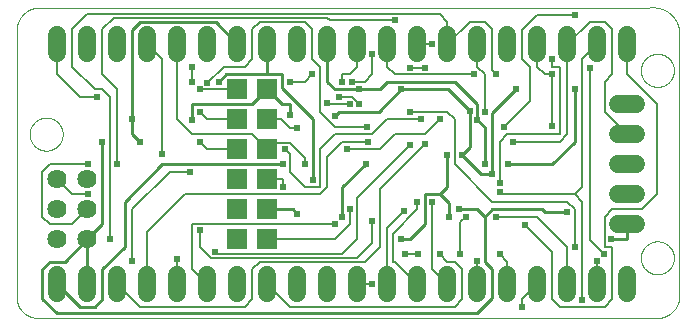
<source format=gbl>
G75*
%MOIN*%
%OFA0B0*%
%FSLAX25Y25*%
%IPPOS*%
%LPD*%
%AMOC8*
5,1,8,0,0,1.08239X$1,22.5*
%
%ADD10C,0.00039*%
%ADD11C,0.00000*%
%ADD12C,0.06000*%
%ADD13C,0.06400*%
%ADD14R,0.07000X0.07000*%
%ADD15C,0.01000*%
%ADD16C,0.02400*%
%ADD17C,0.00600*%
D10*
X0008864Y0047693D02*
X0213274Y0047693D01*
X0213458Y0047665D01*
X0213643Y0047641D01*
X0213828Y0047622D01*
X0214014Y0047608D01*
X0214200Y0047598D01*
X0214386Y0047592D01*
X0214573Y0047591D01*
X0214759Y0047595D01*
X0214945Y0047603D01*
X0215131Y0047615D01*
X0215317Y0047632D01*
X0215502Y0047653D01*
X0215686Y0047679D01*
X0215870Y0047709D01*
X0216053Y0047744D01*
X0216235Y0047783D01*
X0216416Y0047827D01*
X0216596Y0047875D01*
X0216775Y0047927D01*
X0216953Y0047984D01*
X0217129Y0048044D01*
X0217304Y0048109D01*
X0217476Y0048179D01*
X0217648Y0048252D01*
X0217817Y0048330D01*
X0217985Y0048411D01*
X0218150Y0048497D01*
X0218313Y0048587D01*
X0218475Y0048680D01*
X0218633Y0048777D01*
X0218790Y0048879D01*
X0218944Y0048984D01*
X0219095Y0049092D01*
X0219244Y0049205D01*
X0219390Y0049320D01*
X0219533Y0049440D01*
X0219673Y0049562D01*
X0219810Y0049689D01*
X0219944Y0049818D01*
X0220075Y0049950D01*
X0220203Y0050086D01*
X0220327Y0050225D01*
X0220448Y0050367D01*
X0220566Y0050511D01*
X0220680Y0050659D01*
X0220790Y0050809D01*
X0220897Y0050961D01*
X0221000Y0051117D01*
X0221099Y0051274D01*
X0221194Y0051434D01*
X0221286Y0051597D01*
X0221373Y0051761D01*
X0221457Y0051928D01*
X0221536Y0052096D01*
X0221612Y0052267D01*
X0221683Y0052439D01*
X0221750Y0052613D01*
X0221813Y0052788D01*
X0221872Y0052965D01*
X0221926Y0053143D01*
X0221976Y0053323D01*
X0222021Y0053503D01*
X0222063Y0053685D01*
X0222100Y0053868D01*
X0222132Y0054051D01*
X0222132Y0143510D01*
X0222099Y0143724D01*
X0222062Y0143937D01*
X0222018Y0144148D01*
X0221970Y0144359D01*
X0221917Y0144569D01*
X0221859Y0144777D01*
X0221795Y0144984D01*
X0221727Y0145189D01*
X0221654Y0145392D01*
X0221576Y0145594D01*
X0221493Y0145793D01*
X0221405Y0145991D01*
X0221312Y0146186D01*
X0221215Y0146379D01*
X0221113Y0146570D01*
X0221007Y0146758D01*
X0220896Y0146944D01*
X0220781Y0147126D01*
X0220661Y0147306D01*
X0220537Y0147483D01*
X0220408Y0147657D01*
X0220276Y0147828D01*
X0220139Y0147996D01*
X0219999Y0148160D01*
X0219854Y0148321D01*
X0219706Y0148478D01*
X0219554Y0148632D01*
X0219398Y0148781D01*
X0219238Y0148928D01*
X0219076Y0149070D01*
X0218909Y0149208D01*
X0218740Y0149342D01*
X0218567Y0149472D01*
X0218391Y0149598D01*
X0218212Y0149719D01*
X0218031Y0149837D01*
X0217846Y0149949D01*
X0217659Y0150058D01*
X0217469Y0150161D01*
X0217277Y0150260D01*
X0217083Y0150355D01*
X0216886Y0150444D01*
X0216687Y0150529D01*
X0216487Y0150609D01*
X0216284Y0150684D01*
X0216079Y0150755D01*
X0215873Y0150820D01*
X0215666Y0150880D01*
X0215457Y0150936D01*
X0215246Y0150986D01*
X0215035Y0151031D01*
X0214823Y0151071D01*
X0214609Y0151106D01*
X0214395Y0151135D01*
X0214180Y0151160D01*
X0213965Y0151179D01*
X0213749Y0151193D01*
X0213533Y0151202D01*
X0213317Y0151206D01*
X0213101Y0151204D01*
X0212885Y0151198D01*
X0212669Y0151186D01*
X0212453Y0151168D01*
X0212238Y0151146D01*
X0212024Y0151118D01*
X0008864Y0151118D01*
X0008680Y0151116D01*
X0008496Y0151109D01*
X0008313Y0151098D01*
X0008130Y0151082D01*
X0007947Y0151063D01*
X0007765Y0151038D01*
X0007583Y0151009D01*
X0007402Y0150976D01*
X0007222Y0150939D01*
X0007043Y0150897D01*
X0006865Y0150851D01*
X0006689Y0150800D01*
X0006513Y0150746D01*
X0006339Y0150687D01*
X0006166Y0150624D01*
X0005995Y0150556D01*
X0005826Y0150485D01*
X0005658Y0150410D01*
X0005492Y0150330D01*
X0005328Y0150247D01*
X0005167Y0150159D01*
X0005007Y0150068D01*
X0004850Y0149973D01*
X0004695Y0149874D01*
X0004542Y0149771D01*
X0004392Y0149665D01*
X0004245Y0149555D01*
X0004100Y0149442D01*
X0003958Y0149325D01*
X0003819Y0149205D01*
X0003683Y0149081D01*
X0003550Y0148954D01*
X0003420Y0148824D01*
X0003293Y0148691D01*
X0003169Y0148555D01*
X0003049Y0148416D01*
X0002932Y0148274D01*
X0002819Y0148129D01*
X0002709Y0147982D01*
X0002603Y0147832D01*
X0002500Y0147679D01*
X0002401Y0147524D01*
X0002306Y0147367D01*
X0002215Y0147207D01*
X0002127Y0147046D01*
X0002044Y0146882D01*
X0001964Y0146716D01*
X0001889Y0146548D01*
X0001818Y0146379D01*
X0001750Y0146208D01*
X0001687Y0146035D01*
X0001628Y0145861D01*
X0001574Y0145685D01*
X0001523Y0145509D01*
X0001477Y0145331D01*
X0001435Y0145152D01*
X0001398Y0144972D01*
X0001365Y0144791D01*
X0001336Y0144609D01*
X0001311Y0144427D01*
X0001292Y0144244D01*
X0001276Y0144061D01*
X0001265Y0143878D01*
X0001258Y0143694D01*
X0001256Y0143510D01*
X0001256Y0054051D01*
X0001273Y0053880D01*
X0001295Y0053709D01*
X0001321Y0053539D01*
X0001351Y0053370D01*
X0001385Y0053201D01*
X0001423Y0053033D01*
X0001466Y0052866D01*
X0001512Y0052701D01*
X0001563Y0052536D01*
X0001617Y0052373D01*
X0001676Y0052211D01*
X0001738Y0052051D01*
X0001804Y0051892D01*
X0001875Y0051735D01*
X0001949Y0051580D01*
X0002027Y0051426D01*
X0002108Y0051275D01*
X0002194Y0051125D01*
X0002283Y0050978D01*
X0002375Y0050833D01*
X0002471Y0050690D01*
X0002571Y0050550D01*
X0002674Y0050412D01*
X0002780Y0050277D01*
X0002890Y0050144D01*
X0003002Y0050014D01*
X0003118Y0049887D01*
X0003237Y0049763D01*
X0003360Y0049642D01*
X0003485Y0049523D01*
X0003612Y0049408D01*
X0003743Y0049296D01*
X0003877Y0049188D01*
X0004013Y0049082D01*
X0004151Y0048980D01*
X0004292Y0048882D01*
X0004435Y0048786D01*
X0004581Y0048695D01*
X0004729Y0048607D01*
X0004879Y0048523D01*
X0005031Y0048442D01*
X0005185Y0048365D01*
X0005341Y0048292D01*
X0005498Y0048223D01*
X0005658Y0048158D01*
X0005818Y0048096D01*
X0005981Y0048039D01*
X0006144Y0047985D01*
X0006309Y0047936D01*
X0006475Y0047891D01*
X0006642Y0047849D01*
X0006810Y0047812D01*
X0006979Y0047779D01*
X0007149Y0047750D01*
X0007319Y0047726D01*
X0007490Y0047705D01*
X0007661Y0047689D01*
X0007833Y0047677D01*
X0008004Y0047669D01*
X0008177Y0047665D01*
X0008349Y0047666D01*
X0008521Y0047671D01*
X0008692Y0047680D01*
X0008864Y0047693D01*
D11*
X0005588Y0108933D02*
X0005590Y0109081D01*
X0005596Y0109229D01*
X0005606Y0109377D01*
X0005620Y0109524D01*
X0005638Y0109671D01*
X0005659Y0109817D01*
X0005685Y0109963D01*
X0005715Y0110108D01*
X0005748Y0110252D01*
X0005786Y0110395D01*
X0005827Y0110537D01*
X0005872Y0110678D01*
X0005920Y0110818D01*
X0005973Y0110957D01*
X0006029Y0111094D01*
X0006089Y0111229D01*
X0006152Y0111363D01*
X0006219Y0111495D01*
X0006290Y0111625D01*
X0006364Y0111753D01*
X0006441Y0111879D01*
X0006522Y0112003D01*
X0006606Y0112125D01*
X0006693Y0112244D01*
X0006784Y0112361D01*
X0006878Y0112476D01*
X0006974Y0112588D01*
X0007074Y0112698D01*
X0007176Y0112804D01*
X0007282Y0112908D01*
X0007390Y0113009D01*
X0007501Y0113107D01*
X0007614Y0113203D01*
X0007730Y0113295D01*
X0007848Y0113384D01*
X0007969Y0113469D01*
X0008092Y0113552D01*
X0008217Y0113631D01*
X0008344Y0113707D01*
X0008473Y0113779D01*
X0008604Y0113848D01*
X0008737Y0113913D01*
X0008872Y0113974D01*
X0009008Y0114032D01*
X0009145Y0114087D01*
X0009284Y0114137D01*
X0009425Y0114184D01*
X0009566Y0114227D01*
X0009709Y0114267D01*
X0009853Y0114302D01*
X0009997Y0114334D01*
X0010143Y0114361D01*
X0010289Y0114385D01*
X0010436Y0114405D01*
X0010583Y0114421D01*
X0010730Y0114433D01*
X0010878Y0114441D01*
X0011026Y0114445D01*
X0011174Y0114445D01*
X0011322Y0114441D01*
X0011470Y0114433D01*
X0011617Y0114421D01*
X0011764Y0114405D01*
X0011911Y0114385D01*
X0012057Y0114361D01*
X0012203Y0114334D01*
X0012347Y0114302D01*
X0012491Y0114267D01*
X0012634Y0114227D01*
X0012775Y0114184D01*
X0012916Y0114137D01*
X0013055Y0114087D01*
X0013192Y0114032D01*
X0013328Y0113974D01*
X0013463Y0113913D01*
X0013596Y0113848D01*
X0013727Y0113779D01*
X0013856Y0113707D01*
X0013983Y0113631D01*
X0014108Y0113552D01*
X0014231Y0113469D01*
X0014352Y0113384D01*
X0014470Y0113295D01*
X0014586Y0113203D01*
X0014699Y0113107D01*
X0014810Y0113009D01*
X0014918Y0112908D01*
X0015024Y0112804D01*
X0015126Y0112698D01*
X0015226Y0112588D01*
X0015322Y0112476D01*
X0015416Y0112361D01*
X0015507Y0112244D01*
X0015594Y0112125D01*
X0015678Y0112003D01*
X0015759Y0111879D01*
X0015836Y0111753D01*
X0015910Y0111625D01*
X0015981Y0111495D01*
X0016048Y0111363D01*
X0016111Y0111229D01*
X0016171Y0111094D01*
X0016227Y0110957D01*
X0016280Y0110818D01*
X0016328Y0110678D01*
X0016373Y0110537D01*
X0016414Y0110395D01*
X0016452Y0110252D01*
X0016485Y0110108D01*
X0016515Y0109963D01*
X0016541Y0109817D01*
X0016562Y0109671D01*
X0016580Y0109524D01*
X0016594Y0109377D01*
X0016604Y0109229D01*
X0016610Y0109081D01*
X0016612Y0108933D01*
X0016610Y0108785D01*
X0016604Y0108637D01*
X0016594Y0108489D01*
X0016580Y0108342D01*
X0016562Y0108195D01*
X0016541Y0108049D01*
X0016515Y0107903D01*
X0016485Y0107758D01*
X0016452Y0107614D01*
X0016414Y0107471D01*
X0016373Y0107329D01*
X0016328Y0107188D01*
X0016280Y0107048D01*
X0016227Y0106909D01*
X0016171Y0106772D01*
X0016111Y0106637D01*
X0016048Y0106503D01*
X0015981Y0106371D01*
X0015910Y0106241D01*
X0015836Y0106113D01*
X0015759Y0105987D01*
X0015678Y0105863D01*
X0015594Y0105741D01*
X0015507Y0105622D01*
X0015416Y0105505D01*
X0015322Y0105390D01*
X0015226Y0105278D01*
X0015126Y0105168D01*
X0015024Y0105062D01*
X0014918Y0104958D01*
X0014810Y0104857D01*
X0014699Y0104759D01*
X0014586Y0104663D01*
X0014470Y0104571D01*
X0014352Y0104482D01*
X0014231Y0104397D01*
X0014108Y0104314D01*
X0013983Y0104235D01*
X0013856Y0104159D01*
X0013727Y0104087D01*
X0013596Y0104018D01*
X0013463Y0103953D01*
X0013328Y0103892D01*
X0013192Y0103834D01*
X0013055Y0103779D01*
X0012916Y0103729D01*
X0012775Y0103682D01*
X0012634Y0103639D01*
X0012491Y0103599D01*
X0012347Y0103564D01*
X0012203Y0103532D01*
X0012057Y0103505D01*
X0011911Y0103481D01*
X0011764Y0103461D01*
X0011617Y0103445D01*
X0011470Y0103433D01*
X0011322Y0103425D01*
X0011174Y0103421D01*
X0011026Y0103421D01*
X0010878Y0103425D01*
X0010730Y0103433D01*
X0010583Y0103445D01*
X0010436Y0103461D01*
X0010289Y0103481D01*
X0010143Y0103505D01*
X0009997Y0103532D01*
X0009853Y0103564D01*
X0009709Y0103599D01*
X0009566Y0103639D01*
X0009425Y0103682D01*
X0009284Y0103729D01*
X0009145Y0103779D01*
X0009008Y0103834D01*
X0008872Y0103892D01*
X0008737Y0103953D01*
X0008604Y0104018D01*
X0008473Y0104087D01*
X0008344Y0104159D01*
X0008217Y0104235D01*
X0008092Y0104314D01*
X0007969Y0104397D01*
X0007848Y0104482D01*
X0007730Y0104571D01*
X0007614Y0104663D01*
X0007501Y0104759D01*
X0007390Y0104857D01*
X0007282Y0104958D01*
X0007176Y0105062D01*
X0007074Y0105168D01*
X0006974Y0105278D01*
X0006878Y0105390D01*
X0006784Y0105505D01*
X0006693Y0105622D01*
X0006606Y0105741D01*
X0006522Y0105863D01*
X0006441Y0105987D01*
X0006364Y0106113D01*
X0006290Y0106241D01*
X0006219Y0106371D01*
X0006152Y0106503D01*
X0006089Y0106637D01*
X0006029Y0106772D01*
X0005973Y0106909D01*
X0005920Y0107048D01*
X0005872Y0107188D01*
X0005827Y0107329D01*
X0005786Y0107471D01*
X0005748Y0107614D01*
X0005715Y0107758D01*
X0005685Y0107903D01*
X0005659Y0108049D01*
X0005638Y0108195D01*
X0005620Y0108342D01*
X0005606Y0108489D01*
X0005596Y0108637D01*
X0005590Y0108785D01*
X0005588Y0108933D01*
X0209338Y0130183D02*
X0209340Y0130331D01*
X0209346Y0130479D01*
X0209356Y0130627D01*
X0209370Y0130774D01*
X0209388Y0130921D01*
X0209409Y0131067D01*
X0209435Y0131213D01*
X0209465Y0131358D01*
X0209498Y0131502D01*
X0209536Y0131645D01*
X0209577Y0131787D01*
X0209622Y0131928D01*
X0209670Y0132068D01*
X0209723Y0132207D01*
X0209779Y0132344D01*
X0209839Y0132479D01*
X0209902Y0132613D01*
X0209969Y0132745D01*
X0210040Y0132875D01*
X0210114Y0133003D01*
X0210191Y0133129D01*
X0210272Y0133253D01*
X0210356Y0133375D01*
X0210443Y0133494D01*
X0210534Y0133611D01*
X0210628Y0133726D01*
X0210724Y0133838D01*
X0210824Y0133948D01*
X0210926Y0134054D01*
X0211032Y0134158D01*
X0211140Y0134259D01*
X0211251Y0134357D01*
X0211364Y0134453D01*
X0211480Y0134545D01*
X0211598Y0134634D01*
X0211719Y0134719D01*
X0211842Y0134802D01*
X0211967Y0134881D01*
X0212094Y0134957D01*
X0212223Y0135029D01*
X0212354Y0135098D01*
X0212487Y0135163D01*
X0212622Y0135224D01*
X0212758Y0135282D01*
X0212895Y0135337D01*
X0213034Y0135387D01*
X0213175Y0135434D01*
X0213316Y0135477D01*
X0213459Y0135517D01*
X0213603Y0135552D01*
X0213747Y0135584D01*
X0213893Y0135611D01*
X0214039Y0135635D01*
X0214186Y0135655D01*
X0214333Y0135671D01*
X0214480Y0135683D01*
X0214628Y0135691D01*
X0214776Y0135695D01*
X0214924Y0135695D01*
X0215072Y0135691D01*
X0215220Y0135683D01*
X0215367Y0135671D01*
X0215514Y0135655D01*
X0215661Y0135635D01*
X0215807Y0135611D01*
X0215953Y0135584D01*
X0216097Y0135552D01*
X0216241Y0135517D01*
X0216384Y0135477D01*
X0216525Y0135434D01*
X0216666Y0135387D01*
X0216805Y0135337D01*
X0216942Y0135282D01*
X0217078Y0135224D01*
X0217213Y0135163D01*
X0217346Y0135098D01*
X0217477Y0135029D01*
X0217606Y0134957D01*
X0217733Y0134881D01*
X0217858Y0134802D01*
X0217981Y0134719D01*
X0218102Y0134634D01*
X0218220Y0134545D01*
X0218336Y0134453D01*
X0218449Y0134357D01*
X0218560Y0134259D01*
X0218668Y0134158D01*
X0218774Y0134054D01*
X0218876Y0133948D01*
X0218976Y0133838D01*
X0219072Y0133726D01*
X0219166Y0133611D01*
X0219257Y0133494D01*
X0219344Y0133375D01*
X0219428Y0133253D01*
X0219509Y0133129D01*
X0219586Y0133003D01*
X0219660Y0132875D01*
X0219731Y0132745D01*
X0219798Y0132613D01*
X0219861Y0132479D01*
X0219921Y0132344D01*
X0219977Y0132207D01*
X0220030Y0132068D01*
X0220078Y0131928D01*
X0220123Y0131787D01*
X0220164Y0131645D01*
X0220202Y0131502D01*
X0220235Y0131358D01*
X0220265Y0131213D01*
X0220291Y0131067D01*
X0220312Y0130921D01*
X0220330Y0130774D01*
X0220344Y0130627D01*
X0220354Y0130479D01*
X0220360Y0130331D01*
X0220362Y0130183D01*
X0220360Y0130035D01*
X0220354Y0129887D01*
X0220344Y0129739D01*
X0220330Y0129592D01*
X0220312Y0129445D01*
X0220291Y0129299D01*
X0220265Y0129153D01*
X0220235Y0129008D01*
X0220202Y0128864D01*
X0220164Y0128721D01*
X0220123Y0128579D01*
X0220078Y0128438D01*
X0220030Y0128298D01*
X0219977Y0128159D01*
X0219921Y0128022D01*
X0219861Y0127887D01*
X0219798Y0127753D01*
X0219731Y0127621D01*
X0219660Y0127491D01*
X0219586Y0127363D01*
X0219509Y0127237D01*
X0219428Y0127113D01*
X0219344Y0126991D01*
X0219257Y0126872D01*
X0219166Y0126755D01*
X0219072Y0126640D01*
X0218976Y0126528D01*
X0218876Y0126418D01*
X0218774Y0126312D01*
X0218668Y0126208D01*
X0218560Y0126107D01*
X0218449Y0126009D01*
X0218336Y0125913D01*
X0218220Y0125821D01*
X0218102Y0125732D01*
X0217981Y0125647D01*
X0217858Y0125564D01*
X0217733Y0125485D01*
X0217606Y0125409D01*
X0217477Y0125337D01*
X0217346Y0125268D01*
X0217213Y0125203D01*
X0217078Y0125142D01*
X0216942Y0125084D01*
X0216805Y0125029D01*
X0216666Y0124979D01*
X0216525Y0124932D01*
X0216384Y0124889D01*
X0216241Y0124849D01*
X0216097Y0124814D01*
X0215953Y0124782D01*
X0215807Y0124755D01*
X0215661Y0124731D01*
X0215514Y0124711D01*
X0215367Y0124695D01*
X0215220Y0124683D01*
X0215072Y0124675D01*
X0214924Y0124671D01*
X0214776Y0124671D01*
X0214628Y0124675D01*
X0214480Y0124683D01*
X0214333Y0124695D01*
X0214186Y0124711D01*
X0214039Y0124731D01*
X0213893Y0124755D01*
X0213747Y0124782D01*
X0213603Y0124814D01*
X0213459Y0124849D01*
X0213316Y0124889D01*
X0213175Y0124932D01*
X0213034Y0124979D01*
X0212895Y0125029D01*
X0212758Y0125084D01*
X0212622Y0125142D01*
X0212487Y0125203D01*
X0212354Y0125268D01*
X0212223Y0125337D01*
X0212094Y0125409D01*
X0211967Y0125485D01*
X0211842Y0125564D01*
X0211719Y0125647D01*
X0211598Y0125732D01*
X0211480Y0125821D01*
X0211364Y0125913D01*
X0211251Y0126009D01*
X0211140Y0126107D01*
X0211032Y0126208D01*
X0210926Y0126312D01*
X0210824Y0126418D01*
X0210724Y0126528D01*
X0210628Y0126640D01*
X0210534Y0126755D01*
X0210443Y0126872D01*
X0210356Y0126991D01*
X0210272Y0127113D01*
X0210191Y0127237D01*
X0210114Y0127363D01*
X0210040Y0127491D01*
X0209969Y0127621D01*
X0209902Y0127753D01*
X0209839Y0127887D01*
X0209779Y0128022D01*
X0209723Y0128159D01*
X0209670Y0128298D01*
X0209622Y0128438D01*
X0209577Y0128579D01*
X0209536Y0128721D01*
X0209498Y0128864D01*
X0209465Y0129008D01*
X0209435Y0129153D01*
X0209409Y0129299D01*
X0209388Y0129445D01*
X0209370Y0129592D01*
X0209356Y0129739D01*
X0209346Y0129887D01*
X0209340Y0130035D01*
X0209338Y0130183D01*
X0209338Y0067683D02*
X0209340Y0067831D01*
X0209346Y0067979D01*
X0209356Y0068127D01*
X0209370Y0068274D01*
X0209388Y0068421D01*
X0209409Y0068567D01*
X0209435Y0068713D01*
X0209465Y0068858D01*
X0209498Y0069002D01*
X0209536Y0069145D01*
X0209577Y0069287D01*
X0209622Y0069428D01*
X0209670Y0069568D01*
X0209723Y0069707D01*
X0209779Y0069844D01*
X0209839Y0069979D01*
X0209902Y0070113D01*
X0209969Y0070245D01*
X0210040Y0070375D01*
X0210114Y0070503D01*
X0210191Y0070629D01*
X0210272Y0070753D01*
X0210356Y0070875D01*
X0210443Y0070994D01*
X0210534Y0071111D01*
X0210628Y0071226D01*
X0210724Y0071338D01*
X0210824Y0071448D01*
X0210926Y0071554D01*
X0211032Y0071658D01*
X0211140Y0071759D01*
X0211251Y0071857D01*
X0211364Y0071953D01*
X0211480Y0072045D01*
X0211598Y0072134D01*
X0211719Y0072219D01*
X0211842Y0072302D01*
X0211967Y0072381D01*
X0212094Y0072457D01*
X0212223Y0072529D01*
X0212354Y0072598D01*
X0212487Y0072663D01*
X0212622Y0072724D01*
X0212758Y0072782D01*
X0212895Y0072837D01*
X0213034Y0072887D01*
X0213175Y0072934D01*
X0213316Y0072977D01*
X0213459Y0073017D01*
X0213603Y0073052D01*
X0213747Y0073084D01*
X0213893Y0073111D01*
X0214039Y0073135D01*
X0214186Y0073155D01*
X0214333Y0073171D01*
X0214480Y0073183D01*
X0214628Y0073191D01*
X0214776Y0073195D01*
X0214924Y0073195D01*
X0215072Y0073191D01*
X0215220Y0073183D01*
X0215367Y0073171D01*
X0215514Y0073155D01*
X0215661Y0073135D01*
X0215807Y0073111D01*
X0215953Y0073084D01*
X0216097Y0073052D01*
X0216241Y0073017D01*
X0216384Y0072977D01*
X0216525Y0072934D01*
X0216666Y0072887D01*
X0216805Y0072837D01*
X0216942Y0072782D01*
X0217078Y0072724D01*
X0217213Y0072663D01*
X0217346Y0072598D01*
X0217477Y0072529D01*
X0217606Y0072457D01*
X0217733Y0072381D01*
X0217858Y0072302D01*
X0217981Y0072219D01*
X0218102Y0072134D01*
X0218220Y0072045D01*
X0218336Y0071953D01*
X0218449Y0071857D01*
X0218560Y0071759D01*
X0218668Y0071658D01*
X0218774Y0071554D01*
X0218876Y0071448D01*
X0218976Y0071338D01*
X0219072Y0071226D01*
X0219166Y0071111D01*
X0219257Y0070994D01*
X0219344Y0070875D01*
X0219428Y0070753D01*
X0219509Y0070629D01*
X0219586Y0070503D01*
X0219660Y0070375D01*
X0219731Y0070245D01*
X0219798Y0070113D01*
X0219861Y0069979D01*
X0219921Y0069844D01*
X0219977Y0069707D01*
X0220030Y0069568D01*
X0220078Y0069428D01*
X0220123Y0069287D01*
X0220164Y0069145D01*
X0220202Y0069002D01*
X0220235Y0068858D01*
X0220265Y0068713D01*
X0220291Y0068567D01*
X0220312Y0068421D01*
X0220330Y0068274D01*
X0220344Y0068127D01*
X0220354Y0067979D01*
X0220360Y0067831D01*
X0220362Y0067683D01*
X0220360Y0067535D01*
X0220354Y0067387D01*
X0220344Y0067239D01*
X0220330Y0067092D01*
X0220312Y0066945D01*
X0220291Y0066799D01*
X0220265Y0066653D01*
X0220235Y0066508D01*
X0220202Y0066364D01*
X0220164Y0066221D01*
X0220123Y0066079D01*
X0220078Y0065938D01*
X0220030Y0065798D01*
X0219977Y0065659D01*
X0219921Y0065522D01*
X0219861Y0065387D01*
X0219798Y0065253D01*
X0219731Y0065121D01*
X0219660Y0064991D01*
X0219586Y0064863D01*
X0219509Y0064737D01*
X0219428Y0064613D01*
X0219344Y0064491D01*
X0219257Y0064372D01*
X0219166Y0064255D01*
X0219072Y0064140D01*
X0218976Y0064028D01*
X0218876Y0063918D01*
X0218774Y0063812D01*
X0218668Y0063708D01*
X0218560Y0063607D01*
X0218449Y0063509D01*
X0218336Y0063413D01*
X0218220Y0063321D01*
X0218102Y0063232D01*
X0217981Y0063147D01*
X0217858Y0063064D01*
X0217733Y0062985D01*
X0217606Y0062909D01*
X0217477Y0062837D01*
X0217346Y0062768D01*
X0217213Y0062703D01*
X0217078Y0062642D01*
X0216942Y0062584D01*
X0216805Y0062529D01*
X0216666Y0062479D01*
X0216525Y0062432D01*
X0216384Y0062389D01*
X0216241Y0062349D01*
X0216097Y0062314D01*
X0215953Y0062282D01*
X0215807Y0062255D01*
X0215661Y0062231D01*
X0215514Y0062211D01*
X0215367Y0062195D01*
X0215220Y0062183D01*
X0215072Y0062175D01*
X0214924Y0062171D01*
X0214776Y0062171D01*
X0214628Y0062175D01*
X0214480Y0062183D01*
X0214333Y0062195D01*
X0214186Y0062211D01*
X0214039Y0062231D01*
X0213893Y0062255D01*
X0213747Y0062282D01*
X0213603Y0062314D01*
X0213459Y0062349D01*
X0213316Y0062389D01*
X0213175Y0062432D01*
X0213034Y0062479D01*
X0212895Y0062529D01*
X0212758Y0062584D01*
X0212622Y0062642D01*
X0212487Y0062703D01*
X0212354Y0062768D01*
X0212223Y0062837D01*
X0212094Y0062909D01*
X0211967Y0062985D01*
X0211842Y0063064D01*
X0211719Y0063147D01*
X0211598Y0063232D01*
X0211480Y0063321D01*
X0211364Y0063413D01*
X0211251Y0063509D01*
X0211140Y0063607D01*
X0211032Y0063708D01*
X0210926Y0063812D01*
X0210824Y0063918D01*
X0210724Y0064028D01*
X0210628Y0064140D01*
X0210534Y0064255D01*
X0210443Y0064372D01*
X0210356Y0064491D01*
X0210272Y0064613D01*
X0210191Y0064737D01*
X0210114Y0064863D01*
X0210040Y0064991D01*
X0209969Y0065121D01*
X0209902Y0065253D01*
X0209839Y0065387D01*
X0209779Y0065522D01*
X0209723Y0065659D01*
X0209670Y0065798D01*
X0209622Y0065938D01*
X0209577Y0066079D01*
X0209536Y0066221D01*
X0209498Y0066364D01*
X0209465Y0066508D01*
X0209435Y0066653D01*
X0209409Y0066799D01*
X0209388Y0066945D01*
X0209370Y0067092D01*
X0209356Y0067239D01*
X0209346Y0067387D01*
X0209340Y0067535D01*
X0209338Y0067683D01*
D12*
X0204850Y0061933D02*
X0204850Y0055933D01*
X0194850Y0055933D02*
X0194850Y0061933D01*
X0184850Y0061933D02*
X0184850Y0055933D01*
X0174850Y0055933D02*
X0174850Y0061933D01*
X0164850Y0061933D02*
X0164850Y0055933D01*
X0154850Y0055933D02*
X0154850Y0061933D01*
X0144850Y0061933D02*
X0144850Y0055933D01*
X0134850Y0055933D02*
X0134850Y0061933D01*
X0124850Y0061933D02*
X0124850Y0055933D01*
X0114850Y0055933D02*
X0114850Y0061933D01*
X0104850Y0061933D02*
X0104850Y0055933D01*
X0094850Y0055933D02*
X0094850Y0061933D01*
X0084850Y0061933D02*
X0084850Y0055933D01*
X0074850Y0055933D02*
X0074850Y0061933D01*
X0064850Y0061933D02*
X0064850Y0055933D01*
X0054850Y0055933D02*
X0054850Y0061933D01*
X0044850Y0061933D02*
X0044850Y0055933D01*
X0034850Y0055933D02*
X0034850Y0061933D01*
X0024850Y0061933D02*
X0024850Y0055933D01*
X0014850Y0055933D02*
X0014850Y0061933D01*
X0014850Y0135933D02*
X0014850Y0141933D01*
X0024850Y0141933D02*
X0024850Y0135933D01*
X0034850Y0135933D02*
X0034850Y0141933D01*
X0044850Y0141933D02*
X0044850Y0135933D01*
X0054850Y0135933D02*
X0054850Y0141933D01*
X0064850Y0141933D02*
X0064850Y0135933D01*
X0074850Y0135933D02*
X0074850Y0141933D01*
X0084850Y0141933D02*
X0084850Y0135933D01*
X0094850Y0135933D02*
X0094850Y0141933D01*
X0104850Y0141933D02*
X0104850Y0135933D01*
X0114850Y0135933D02*
X0114850Y0141933D01*
X0124850Y0141933D02*
X0124850Y0135933D01*
X0134850Y0135933D02*
X0134850Y0141933D01*
X0144850Y0141933D02*
X0144850Y0135933D01*
X0154850Y0135933D02*
X0154850Y0141933D01*
X0164850Y0141933D02*
X0164850Y0135933D01*
X0174850Y0135933D02*
X0174850Y0141933D01*
X0184850Y0141933D02*
X0184850Y0135933D01*
X0194850Y0135933D02*
X0194850Y0141933D01*
X0204850Y0141933D02*
X0204850Y0135933D01*
X0207850Y0118933D02*
X0201850Y0118933D01*
X0201850Y0108933D02*
X0207850Y0108933D01*
X0207850Y0098933D02*
X0201850Y0098933D01*
X0201850Y0088933D02*
X0207850Y0088933D01*
X0207850Y0078933D02*
X0201850Y0078933D01*
D13*
X0024850Y0073933D03*
X0014850Y0073933D03*
X0014850Y0083933D03*
X0024850Y0083933D03*
X0024850Y0093933D03*
X0014850Y0093933D03*
D14*
X0074850Y0093933D03*
X0084850Y0093933D03*
X0084850Y0103933D03*
X0074850Y0103933D03*
X0074850Y0113933D03*
X0084850Y0113933D03*
X0084850Y0123933D03*
X0074850Y0123933D03*
X0074850Y0083933D03*
X0084850Y0083933D03*
X0084850Y0073933D03*
X0074850Y0073933D03*
D15*
X0084850Y0083933D02*
X0093227Y0083933D01*
X0094850Y0082310D01*
X0109850Y0081433D02*
X0109850Y0091218D01*
X0117565Y0098933D01*
X0100186Y0093644D02*
X0100186Y0113933D01*
X0089850Y0124269D01*
X0089850Y0128933D01*
X0084850Y0128933D01*
X0084850Y0138933D01*
X0074850Y0138933D02*
X0067625Y0146158D01*
X0042350Y0146158D01*
X0039850Y0143658D01*
X0039850Y0113933D01*
X0039850Y0108933D01*
X0042350Y0106433D01*
X0029850Y0106433D02*
X0029850Y0078933D01*
X0024850Y0073933D01*
X0024850Y0058933D01*
X0029850Y0053933D02*
X0027350Y0051433D01*
X0022350Y0051433D01*
X0014850Y0058933D01*
X0009850Y0053933D02*
X0014546Y0049237D01*
X0154850Y0049237D01*
X0159850Y0054237D01*
X0159850Y0063933D01*
X0157350Y0066433D01*
X0157350Y0081433D01*
X0154850Y0083933D01*
X0148600Y0083933D01*
X0145450Y0085833D02*
X0145450Y0081433D01*
X0145450Y0085833D02*
X0142350Y0088933D01*
X0137350Y0088933D01*
X0137350Y0078933D01*
X0132350Y0073933D01*
X0129419Y0073933D01*
X0142350Y0088933D02*
X0144850Y0091433D01*
X0144850Y0102083D01*
X0149850Y0102082D02*
X0149850Y0102083D01*
X0152350Y0104583D01*
X0152350Y0116724D01*
X0145141Y0123933D01*
X0129419Y0123933D01*
X0121919Y0116433D01*
X0108850Y0116433D01*
X0107350Y0114933D01*
X0092350Y0115183D02*
X0092350Y0118933D01*
X0089850Y0118933D01*
X0084850Y0123933D01*
X0079850Y0118933D01*
X0059850Y0118933D01*
X0059850Y0113733D01*
X0068700Y0126433D02*
X0071200Y0128933D01*
X0084850Y0128933D01*
X0104850Y0126433D02*
X0104850Y0138933D01*
X0104850Y0126433D02*
X0107350Y0123933D01*
X0115281Y0123933D01*
X0122350Y0123933D01*
X0124850Y0126433D01*
X0147350Y0126433D01*
X0154850Y0118933D01*
X0154850Y0113733D01*
X0157350Y0111233D01*
X0157350Y0098933D01*
X0156149Y0095783D02*
X0149850Y0102082D01*
X0156149Y0095783D02*
X0159850Y0095783D01*
X0159850Y0116002D01*
X0167781Y0123933D01*
X0187350Y0123933D02*
X0187350Y0106433D01*
X0179850Y0098933D01*
X0164950Y0098933D01*
X0159850Y0083933D02*
X0157350Y0081433D01*
X0159850Y0083933D02*
X0176350Y0083933D01*
X0177350Y0082933D01*
X0184850Y0082933D01*
X0199519Y0073933D02*
X0204850Y0073933D01*
X0204850Y0078933D01*
X0090189Y0098933D02*
X0049850Y0098933D01*
X0037350Y0086433D01*
X0037350Y0071433D01*
X0029850Y0063933D01*
X0029850Y0053933D01*
X0009850Y0053933D02*
X0009850Y0063933D01*
X0012350Y0066433D01*
X0017350Y0066433D01*
X0024850Y0073933D01*
D16*
X0032350Y0073933D03*
X0039850Y0066733D03*
X0054850Y0067283D03*
X0067350Y0069783D03*
X0062350Y0076833D03*
X0090200Y0091433D03*
X0100186Y0093644D03*
X0097350Y0098933D03*
X0090189Y0098933D03*
X0090600Y0103933D03*
X0094850Y0110871D03*
X0092350Y0115183D03*
X0104850Y0119333D03*
X0108683Y0121433D03*
X0112350Y0118933D03*
X0115447Y0118933D03*
X0115281Y0123933D03*
X0112916Y0126433D03*
X0109850Y0126233D03*
X0099850Y0128933D03*
X0092350Y0126433D03*
X0107350Y0114933D03*
X0118108Y0111433D03*
X0118236Y0106433D03*
X0111500Y0103933D03*
X0117565Y0098933D03*
X0132350Y0105232D03*
X0137350Y0105508D03*
X0144850Y0102083D03*
X0149850Y0102083D03*
X0157350Y0098933D03*
X0159850Y0095783D03*
X0162350Y0092634D03*
X0162350Y0089484D03*
X0148600Y0083933D03*
X0150900Y0081433D03*
X0145450Y0081433D03*
X0139850Y0086333D03*
X0134850Y0086335D03*
X0130518Y0083185D03*
X0119850Y0080068D03*
X0112350Y0083933D03*
X0109850Y0081433D03*
X0107350Y0078933D03*
X0094850Y0082310D03*
X0129419Y0073933D03*
X0130752Y0068933D03*
X0134952Y0068933D03*
X0142301Y0068933D03*
X0149150Y0068933D03*
X0154850Y0066783D03*
X0162248Y0068933D03*
X0170853Y0078751D03*
X0161198Y0081433D03*
X0184850Y0082933D03*
X0199519Y0073933D03*
X0196971Y0068933D03*
X0194850Y0066783D03*
X0187350Y0071433D03*
X0189850Y0053533D03*
X0169850Y0051433D03*
X0119850Y0058933D03*
X0059040Y0096433D03*
X0049850Y0102150D03*
X0042350Y0106433D03*
X0029850Y0106433D03*
X0024950Y0098933D03*
X0034850Y0098933D03*
X0024950Y0088933D03*
X0062350Y0106433D03*
X0059850Y0113733D03*
X0062350Y0116433D03*
X0062350Y0123933D03*
X0064850Y0126054D03*
X0059850Y0126433D03*
X0059850Y0131433D03*
X0068700Y0126433D03*
X0039850Y0113933D03*
X0028016Y0121433D03*
X0119850Y0135683D03*
X0132350Y0131108D03*
X0137350Y0131083D03*
X0139850Y0138933D03*
X0127350Y0146833D03*
X0153850Y0128933D03*
X0161198Y0128933D03*
X0167781Y0123933D03*
X0179850Y0128933D03*
X0187350Y0123933D03*
X0192350Y0131083D03*
X0179850Y0134133D03*
X0187350Y0148727D03*
X0157350Y0116433D03*
X0154850Y0113733D03*
X0152350Y0116724D03*
X0142301Y0113933D03*
X0136002Y0113933D03*
X0132350Y0116433D03*
X0129419Y0123933D03*
X0163682Y0111433D03*
X0166682Y0106433D03*
X0164950Y0098933D03*
X0179850Y0111531D03*
D17*
X0179850Y0128933D01*
X0177350Y0128933D01*
X0174850Y0131433D01*
X0174850Y0138933D01*
X0169850Y0143727D02*
X0169850Y0133933D01*
X0172350Y0131433D01*
X0172350Y0120101D01*
X0163682Y0111433D01*
X0164850Y0108933D02*
X0162350Y0106433D01*
X0162350Y0092634D01*
X0162350Y0089484D02*
X0162901Y0088933D01*
X0187350Y0088933D01*
X0189850Y0086433D01*
X0189850Y0053533D01*
X0182350Y0051433D02*
X0197350Y0051433D01*
X0199850Y0053933D01*
X0199850Y0071433D01*
X0197350Y0071433D01*
X0197350Y0081433D01*
X0199850Y0083933D01*
X0209850Y0083933D01*
X0214850Y0088933D01*
X0214850Y0118933D01*
X0204850Y0128933D01*
X0204850Y0138933D01*
X0199850Y0143933D02*
X0199850Y0128933D01*
X0197350Y0126433D01*
X0197350Y0116433D01*
X0204850Y0108933D01*
X0184850Y0108933D02*
X0182350Y0106433D01*
X0166682Y0106433D01*
X0164850Y0108933D02*
X0182350Y0108933D01*
X0182350Y0131433D01*
X0179850Y0131433D01*
X0179850Y0134133D01*
X0184850Y0138933D02*
X0184850Y0108933D01*
X0157350Y0116433D02*
X0157350Y0128933D01*
X0154850Y0131433D01*
X0154850Y0138933D01*
X0159850Y0143933D02*
X0159850Y0130281D01*
X0161198Y0128933D01*
X0153850Y0128933D02*
X0127350Y0128933D01*
X0124850Y0131433D01*
X0124850Y0138933D01*
X0119850Y0135683D02*
X0119850Y0128933D01*
X0117350Y0126433D01*
X0112916Y0126433D01*
X0112350Y0128933D02*
X0109850Y0128933D01*
X0109850Y0126233D01*
X0112350Y0128933D02*
X0114850Y0131433D01*
X0114850Y0138933D01*
X0105700Y0146833D02*
X0127350Y0146833D01*
X0134850Y0138933D02*
X0139850Y0138933D01*
X0144850Y0138933D02*
X0152350Y0146433D01*
X0157350Y0146433D01*
X0159850Y0143933D01*
X0169850Y0143727D02*
X0174850Y0148727D01*
X0187350Y0148727D01*
X0192350Y0146433D02*
X0197350Y0146433D01*
X0199850Y0143933D01*
X0194850Y0138933D02*
X0189850Y0133933D01*
X0189850Y0091433D01*
X0187350Y0088933D01*
X0184850Y0086433D02*
X0159850Y0086433D01*
X0147350Y0098933D01*
X0147350Y0113933D01*
X0144850Y0116433D01*
X0132350Y0116433D01*
X0136002Y0113933D02*
X0124850Y0113933D01*
X0119850Y0108933D01*
X0107350Y0108933D01*
X0102350Y0103933D01*
X0102350Y0091433D01*
X0097350Y0091433D01*
X0092350Y0096433D01*
X0092350Y0102183D01*
X0090600Y0103933D01*
X0092350Y0106033D02*
X0086950Y0106033D01*
X0084850Y0103933D01*
X0079850Y0108933D01*
X0059850Y0108933D01*
X0054850Y0113933D01*
X0054850Y0138933D01*
X0049850Y0133933D02*
X0049850Y0102150D01*
X0052350Y0096433D02*
X0059040Y0096433D01*
X0052350Y0096433D02*
X0039850Y0083933D01*
X0039850Y0066733D01*
X0034850Y0058933D02*
X0042350Y0051433D01*
X0077350Y0051433D01*
X0079850Y0053933D01*
X0079850Y0063933D01*
X0082350Y0066433D01*
X0117350Y0066433D01*
X0122350Y0071433D01*
X0122350Y0090508D01*
X0137350Y0105508D01*
X0137301Y0108933D02*
X0142301Y0113933D01*
X0137301Y0108933D02*
X0127350Y0108933D01*
X0122350Y0103933D01*
X0111500Y0103933D01*
X0109850Y0106433D02*
X0104850Y0101433D01*
X0104850Y0091433D01*
X0102350Y0088933D01*
X0057350Y0088933D01*
X0044850Y0076433D01*
X0044850Y0058933D01*
X0054850Y0058933D02*
X0054850Y0067283D01*
X0059850Y0063933D02*
X0064850Y0058933D01*
X0059850Y0063933D02*
X0059850Y0078933D01*
X0107350Y0078933D01*
X0112350Y0078933D02*
X0107350Y0073933D01*
X0084850Y0073933D01*
X0068200Y0068933D02*
X0109850Y0068933D01*
X0114850Y0073933D01*
X0114850Y0087732D01*
X0132350Y0105232D01*
X0118236Y0106433D02*
X0109850Y0106433D01*
X0107350Y0111433D02*
X0118108Y0111433D01*
X0107350Y0111433D02*
X0102350Y0116433D01*
X0102350Y0131433D01*
X0099850Y0133933D01*
X0099850Y0143933D01*
X0097350Y0146433D01*
X0082350Y0146433D01*
X0079850Y0143933D01*
X0079850Y0133933D01*
X0077350Y0131433D01*
X0070229Y0131433D01*
X0064850Y0126054D01*
X0062350Y0123933D02*
X0074850Y0123933D01*
X0064850Y0113933D02*
X0062350Y0116433D01*
X0064850Y0113933D02*
X0074850Y0113933D01*
X0084850Y0113933D02*
X0089288Y0113933D01*
X0092350Y0110871D01*
X0094850Y0110871D01*
X0092350Y0106033D02*
X0097350Y0101033D01*
X0097350Y0098933D01*
X0090200Y0093933D02*
X0084850Y0093933D01*
X0090200Y0093933D02*
X0090200Y0091433D01*
X0074850Y0103933D02*
X0064850Y0103933D01*
X0062350Y0106433D01*
X0034850Y0098933D02*
X0034850Y0123933D01*
X0029850Y0128933D01*
X0029850Y0143933D01*
X0033600Y0147683D01*
X0104850Y0147683D01*
X0105700Y0146833D01*
X0132350Y0131108D02*
X0137325Y0131108D01*
X0137350Y0131083D01*
X0144850Y0138933D02*
X0144850Y0146433D01*
X0142350Y0148933D01*
X0024850Y0148933D01*
X0019850Y0143933D01*
X0019850Y0131433D01*
X0027350Y0123933D01*
X0029850Y0123933D01*
X0032350Y0121433D01*
X0032350Y0073933D01*
X0024850Y0083933D02*
X0019850Y0078933D01*
X0012350Y0078933D01*
X0009850Y0081433D01*
X0009850Y0096433D01*
X0012350Y0098933D01*
X0024950Y0098933D01*
X0019850Y0088933D02*
X0014850Y0093933D01*
X0019850Y0088933D02*
X0024950Y0088933D01*
X0062350Y0076833D02*
X0062350Y0071433D01*
X0066125Y0067658D01*
X0114850Y0067658D01*
X0119850Y0072658D01*
X0119850Y0080068D01*
X0124850Y0077517D02*
X0124850Y0058933D01*
X0119850Y0058933D02*
X0114850Y0058933D01*
X0126684Y0066433D02*
X0127350Y0066433D01*
X0134850Y0058933D01*
X0139850Y0063933D02*
X0144850Y0058933D01*
X0139850Y0063933D02*
X0139850Y0086333D01*
X0134850Y0086335D02*
X0134850Y0083933D01*
X0126684Y0075767D01*
X0126684Y0066433D01*
X0130752Y0068933D02*
X0134952Y0068933D01*
X0142301Y0068933D02*
X0144801Y0066433D01*
X0147350Y0066433D01*
X0149850Y0063933D01*
X0149850Y0053933D01*
X0147350Y0051433D01*
X0092350Y0051433D01*
X0084850Y0058933D01*
X0068200Y0068933D02*
X0067350Y0069783D01*
X0112350Y0078933D02*
X0112350Y0083933D01*
X0124850Y0077517D02*
X0130518Y0083185D01*
X0149150Y0079683D02*
X0150900Y0081433D01*
X0149150Y0079683D02*
X0149150Y0068933D01*
X0154850Y0066783D02*
X0154850Y0058933D01*
X0164850Y0058933D02*
X0164850Y0066331D01*
X0162248Y0068933D01*
X0170853Y0078751D02*
X0179850Y0069754D01*
X0179850Y0053933D01*
X0182350Y0051433D01*
X0184850Y0058933D02*
X0184850Y0071433D01*
X0174850Y0081433D01*
X0161198Y0081433D01*
X0184850Y0086433D02*
X0187350Y0083933D01*
X0187350Y0071433D01*
X0192350Y0073554D02*
X0196971Y0068933D01*
X0194850Y0066783D02*
X0194850Y0058933D01*
X0174850Y0058933D02*
X0169850Y0053933D01*
X0169850Y0051433D01*
X0192350Y0073554D02*
X0192350Y0131083D01*
X0184850Y0138933D02*
X0192350Y0146433D01*
X0115447Y0118933D02*
X0112947Y0121433D01*
X0108683Y0121433D01*
X0105250Y0118933D02*
X0112350Y0118933D01*
X0105250Y0118933D02*
X0104850Y0119333D01*
X0097350Y0126433D02*
X0092350Y0126433D01*
X0097350Y0126433D02*
X0099850Y0128933D01*
X0059850Y0126433D02*
X0059850Y0131433D01*
X0049850Y0133933D02*
X0044850Y0138933D01*
X0022350Y0121433D02*
X0014850Y0128933D01*
X0014850Y0138933D01*
X0022350Y0121433D02*
X0028016Y0121433D01*
M02*

</source>
